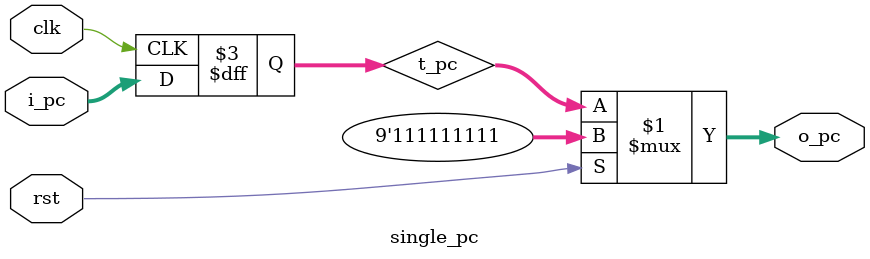
<source format=v>
`timescale 1ns / 1ps
module single_pc(clk, rst, i_pc, o_pc);
parameter N=9;
input wire clk, rst;
input  wire[N-1:0] i_pc;
output wire[N-1:0] o_pc;
        reg[N-1:0] t_pc;
assign o_pc = rst ? {N{1'b1}}:t_pc;
always @(posedge clk)
	t_pc <= i_pc; 
endmodule

</source>
